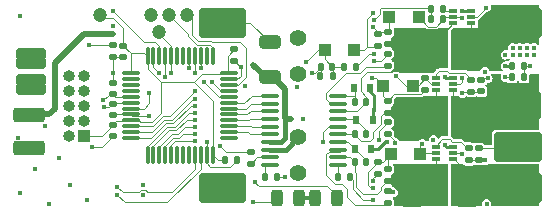
<source format=gbr>
%TF.GenerationSoftware,KiCad,Pcbnew,(6.0.5)*%
%TF.CreationDate,2022-09-11T00:02:45-04:00*%
%TF.ProjectId,GoldESC,476f6c64-4553-4432-9e6b-696361645f70,rev?*%
%TF.SameCoordinates,Original*%
%TF.FileFunction,Copper,L1,Top*%
%TF.FilePolarity,Positive*%
%FSLAX46Y46*%
G04 Gerber Fmt 4.6, Leading zero omitted, Abs format (unit mm)*
G04 Created by KiCad (PCBNEW (6.0.5)) date 2022-09-11 00:02:45*
%MOMM*%
%LPD*%
G01*
G04 APERTURE LIST*
G04 Aperture macros list*
%AMRoundRect*
0 Rectangle with rounded corners*
0 $1 Rounding radius*
0 $2 $3 $4 $5 $6 $7 $8 $9 X,Y pos of 4 corners*
0 Add a 4 corners polygon primitive as box body*
4,1,4,$2,$3,$4,$5,$6,$7,$8,$9,$2,$3,0*
0 Add four circle primitives for the rounded corners*
1,1,$1+$1,$2,$3*
1,1,$1+$1,$4,$5*
1,1,$1+$1,$6,$7*
1,1,$1+$1,$8,$9*
0 Add four rect primitives between the rounded corners*
20,1,$1+$1,$2,$3,$4,$5,0*
20,1,$1+$1,$4,$5,$6,$7,0*
20,1,$1+$1,$6,$7,$8,$9,0*
20,1,$1+$1,$8,$9,$2,$3,0*%
G04 Aperture macros list end*
%TA.AperFunction,SMDPad,CuDef*%
%ADD10RoundRect,0.135000X-0.135000X-0.185000X0.135000X-0.185000X0.135000X0.185000X-0.135000X0.185000X0*%
%TD*%
%TA.AperFunction,SMDPad,CuDef*%
%ADD11R,0.700000X0.340000*%
%TD*%
%TA.AperFunction,SMDPad,CuDef*%
%ADD12R,0.600000X0.700000*%
%TD*%
%TA.AperFunction,SMDPad,CuDef*%
%ADD13RoundRect,0.243750X0.243750X0.456250X-0.243750X0.456250X-0.243750X-0.456250X0.243750X-0.456250X0*%
%TD*%
%TA.AperFunction,SMDPad,CuDef*%
%ADD14RoundRect,0.135000X-0.185000X0.135000X-0.185000X-0.135000X0.185000X-0.135000X0.185000X0.135000X0*%
%TD*%
%TA.AperFunction,SMDPad,CuDef*%
%ADD15RoundRect,0.140000X-0.170000X0.140000X-0.170000X-0.140000X0.170000X-0.140000X0.170000X0.140000X0*%
%TD*%
%TA.AperFunction,SMDPad,CuDef*%
%ADD16RoundRect,0.140000X0.140000X0.170000X-0.140000X0.170000X-0.140000X-0.170000X0.140000X-0.170000X0*%
%TD*%
%TA.AperFunction,SMDPad,CuDef*%
%ADD17RoundRect,0.140000X-0.140000X-0.170000X0.140000X-0.170000X0.140000X0.170000X-0.140000X0.170000X0*%
%TD*%
%TA.AperFunction,SMDPad,CuDef*%
%ADD18R,1.000000X1.000000*%
%TD*%
%TA.AperFunction,SMDPad,CuDef*%
%ADD19RoundRect,0.075000X-0.662500X-0.075000X0.662500X-0.075000X0.662500X0.075000X-0.662500X0.075000X0*%
%TD*%
%TA.AperFunction,SMDPad,CuDef*%
%ADD20RoundRect,0.075000X-0.075000X-0.662500X0.075000X-0.662500X0.075000X0.662500X-0.075000X0.662500X0*%
%TD*%
%TA.AperFunction,SMDPad,CuDef*%
%ADD21RoundRect,0.243750X-0.243750X-0.456250X0.243750X-0.456250X0.243750X0.456250X-0.243750X0.456250X0*%
%TD*%
%TA.AperFunction,SMDPad,CuDef*%
%ADD22RoundRect,0.135000X0.185000X-0.135000X0.185000X0.135000X-0.185000X0.135000X-0.185000X-0.135000X0*%
%TD*%
%TA.AperFunction,SMDPad,CuDef*%
%ADD23RoundRect,0.250000X1.075000X-0.375000X1.075000X0.375000X-1.075000X0.375000X-1.075000X-0.375000X0*%
%TD*%
%TA.AperFunction,SMDPad,CuDef*%
%ADD24RoundRect,0.135000X0.135000X0.185000X-0.135000X0.185000X-0.135000X-0.185000X0.135000X-0.185000X0*%
%TD*%
%TA.AperFunction,ComponentPad*%
%ADD25C,1.200000*%
%TD*%
%TA.AperFunction,SMDPad,CuDef*%
%ADD26RoundRect,0.100000X-0.637500X-0.100000X0.637500X-0.100000X0.637500X0.100000X-0.637500X0.100000X0*%
%TD*%
%TA.AperFunction,ComponentPad*%
%ADD27R,1.000000X1.000000*%
%TD*%
%TA.AperFunction,ComponentPad*%
%ADD28RoundRect,0.250000X0.250000X-0.250000X0.250000X0.250000X-0.250000X0.250000X-0.250000X-0.250000X0*%
%TD*%
%TA.AperFunction,ComponentPad*%
%ADD29RoundRect,0.250000X-0.250000X0.250000X-0.250000X-0.250000X0.250000X-0.250000X0.250000X0.250000X0*%
%TD*%
%TA.AperFunction,SMDPad,CuDef*%
%ADD30RoundRect,0.508000X0.711200X1.168400X-0.711200X1.168400X-0.711200X-1.168400X0.711200X-1.168400X0*%
%TD*%
%TA.AperFunction,SMDPad,CuDef*%
%ADD31RoundRect,0.140000X0.170000X-0.140000X0.170000X0.140000X-0.170000X0.140000X-0.170000X-0.140000X0*%
%TD*%
%TA.AperFunction,ComponentPad*%
%ADD32RoundRect,0.250000X0.250000X0.250000X-0.250000X0.250000X-0.250000X-0.250000X0.250000X-0.250000X0*%
%TD*%
%TA.AperFunction,ComponentPad*%
%ADD33O,1.000000X1.000000*%
%TD*%
%TA.AperFunction,SMDPad,CuDef*%
%ADD34RoundRect,0.250000X0.650000X-0.325000X0.650000X0.325000X-0.650000X0.325000X-0.650000X-0.325000X0*%
%TD*%
%TA.AperFunction,ComponentPad*%
%ADD35C,1.400000*%
%TD*%
%TA.AperFunction,ViaPad*%
%ADD36C,0.400000*%
%TD*%
%TA.AperFunction,Conductor*%
%ADD37C,0.101600*%
%TD*%
%TA.AperFunction,Conductor*%
%ADD38C,0.400000*%
%TD*%
%TA.AperFunction,Conductor*%
%ADD39C,0.250000*%
%TD*%
%TA.AperFunction,Conductor*%
%ADD40C,0.500000*%
%TD*%
G04 APERTURE END LIST*
D10*
%TO.P,R43,1*%
%TO.N,sVLT_VDD*%
X8290000Y3300000D03*
%TO.P,R43,2*%
%TO.N,VDD*%
X9310000Y3300000D03*
%TD*%
D11*
%TO.P,U4,1,Out*%
%TO.N,Net-(R16-Pad2)*%
X17550000Y8000000D03*
%TO.P,U4,2,GND*%
%TO.N,GND*%
X17550000Y7500000D03*
%TO.P,U4,3,IN+*%
%TO.N,/GE-Fets-A/SHx*%
X17550000Y7000000D03*
%TO.P,U4,4,IN-*%
%TO.N,Net-(J1-Pad1)*%
X19050000Y7000000D03*
%TO.P,U4,5,REF*%
%TO.N,/GE-Fets-A/REF_1V65*%
X19050000Y7500000D03*
%TO.P,U4,6,VS*%
%TO.N,+5V*%
X19050000Y8000000D03*
%TD*%
D12*
%TO.P,D5,1,K*%
%TO.N,Net-(C5-Pad1)*%
X9300000Y-1200000D03*
%TO.P,D5,2,A*%
%TO.N,+5V*%
X10700000Y-1200000D03*
%TD*%
D13*
%TO.P,D83,1,K*%
%TO.N,GND*%
X4487500Y-7800000D03*
%TO.P,D83,2,A*%
%TO.N,Net-(D83-Pad2)*%
X2612500Y-7800000D03*
%TD*%
D14*
%TO.P,R21,1*%
%TO.N,Net-(Q3-Pad4)*%
X12000000Y-7190000D03*
%TO.P,R21,2*%
%TO.N,/GE-Fets-C/GHx*%
X12000000Y-8210000D03*
%TD*%
D15*
%TO.P,C82,1*%
%TO.N,+3V3*%
X-10400000Y5080000D03*
%TO.P,C82,2*%
%TO.N,GND*%
X-10400000Y4120000D03*
%TD*%
D16*
%TO.P,C42,1*%
%TO.N,sVLT_VDD*%
X7280000Y3300000D03*
%TO.P,C42,2*%
%TO.N,GND*%
X6320000Y3300000D03*
%TD*%
%TO.P,C7,1*%
%TO.N,GND*%
X16630000Y7300000D03*
%TO.P,C7,2*%
%TO.N,sCUR_A*%
X15670000Y7300000D03*
%TD*%
D14*
%TO.P,R10,1*%
%TO.N,sVLT_A*%
X12000000Y6210000D03*
%TO.P,R10,2*%
%TO.N,/GE-Fets-A/SHx*%
X12000000Y5190000D03*
%TD*%
D15*
%TO.P,C8,1*%
%TO.N,GND*%
X19900000Y2180000D03*
%TO.P,C8,2*%
%TO.N,sCUR_B*%
X19900000Y1220000D03*
%TD*%
D17*
%TO.P,C81,1*%
%TO.N,+3V3*%
X-1780000Y-4600000D03*
%TO.P,C81,2*%
%TO.N,GND*%
X-820000Y-4600000D03*
%TD*%
D14*
%TO.P,R12,1*%
%TO.N,sVLT_C*%
X12000000Y-5390000D03*
%TO.P,R12,2*%
%TO.N,/GE-Fets-C/SHx*%
X12000000Y-6410000D03*
%TD*%
%TO.P,R24,1*%
%TO.N,Net-(Q6-Pad4)*%
X400000Y-3890000D03*
%TO.P,R24,2*%
%TO.N,/GE-Fets-C/GLx*%
X400000Y-4910000D03*
%TD*%
D18*
%TO.P,D1,1,K*%
%TO.N,sVLT_A*%
X12100000Y7500000D03*
%TO.P,D1,2,A*%
%TO.N,GND*%
X14600000Y7500000D03*
%TD*%
D19*
%TO.P,U80,1,VBAT*%
%TO.N,+3V3*%
X-9762500Y2750000D03*
%TO.P,U80,2,PC13*%
%TO.N,unconnected-(U80-Pad2)*%
X-9762500Y2250000D03*
%TO.P,U80,3,PC14*%
%TO.N,unconnected-(U80-Pad3)*%
X-9762500Y1750000D03*
%TO.P,U80,4,PC15*%
%TO.N,unconnected-(U80-Pad4)*%
X-9762500Y1250000D03*
%TO.P,U80,5,PD0*%
%TO.N,Net-(C88-Pad2)*%
X-9762500Y750000D03*
%TO.P,U80,6,PD1*%
%TO.N,Net-(C89-Pad2)*%
X-9762500Y250000D03*
%TO.P,U80,7,NRST*%
%TO.N,Net-(C80-Pad1)*%
X-9762500Y-250000D03*
%TO.P,U80,8,VSSA*%
%TO.N,GND*%
X-9762500Y-750000D03*
%TO.P,U80,9,VDDA*%
%TO.N,+3V3*%
X-9762500Y-1250000D03*
%TO.P,U80,10,PA0*%
%TO.N,sCUR_A*%
X-9762500Y-1750000D03*
%TO.P,U80,11,PA1*%
%TO.N,sVLT_A*%
X-9762500Y-2250000D03*
%TO.P,U80,12,PA2*%
%TO.N,sVLT_VDD*%
X-9762500Y-2750000D03*
D20*
%TO.P,U80,13,PA3*%
%TO.N,TEMP_FETS*%
X-8350000Y-4162500D03*
%TO.P,U80,14,PA4*%
%TO.N,sVLT_B*%
X-7850000Y-4162500D03*
%TO.P,U80,15,PA5*%
%TO.N,sCUR_B*%
X-7350000Y-4162500D03*
%TO.P,U80,16,PA6*%
%TO.N,sCUR_C*%
X-6850000Y-4162500D03*
%TO.P,U80,17,PA7*%
%TO.N,sVLT_C*%
X-6350000Y-4162500D03*
%TO.P,U80,18,PB0*%
%TO.N,unconnected-(U80-Pad18)*%
X-5850000Y-4162500D03*
%TO.P,U80,19,PB1*%
%TO.N,unconnected-(U80-Pad19)*%
X-5350000Y-4162500D03*
%TO.P,U80,20,PB2*%
%TO.N,unconnected-(U80-Pad20)*%
X-4850000Y-4162500D03*
%TO.P,U80,21,PB10*%
%TO.N,Net-(R84-Pad2)*%
X-4350000Y-4162500D03*
%TO.P,U80,22,PB11*%
%TO.N,Net-(R85-Pad2)*%
X-3850000Y-4162500D03*
%TO.P,U80,23,VSS*%
%TO.N,GND*%
X-3350000Y-4162500D03*
%TO.P,U80,24,VDD*%
%TO.N,+3V3*%
X-2850000Y-4162500D03*
D19*
%TO.P,U80,25,PB12*%
%TO.N,unconnected-(U80-Pad25)*%
X-1437500Y-2750000D03*
%TO.P,U80,26,PB13*%
%TO.N,INLC*%
X-1437500Y-2250000D03*
%TO.P,U80,27,PB14*%
%TO.N,INLB*%
X-1437500Y-1750000D03*
%TO.P,U80,28,PB15*%
%TO.N,INLA*%
X-1437500Y-1250000D03*
%TO.P,U80,29,PA8*%
%TO.N,INHC*%
X-1437500Y-750000D03*
%TO.P,U80,30,PA9*%
%TO.N,INHB*%
X-1437500Y-250000D03*
%TO.P,U80,31,PA10*%
%TO.N,INHA*%
X-1437500Y250000D03*
%TO.P,U80,32,PA11*%
%TO.N,QuadB_USBDM*%
X-1437500Y750000D03*
%TO.P,U80,33,PA12*%
%TO.N,QuadA_USBDP*%
X-1437500Y1250000D03*
%TO.P,U80,34,PA13*%
%TO.N,SWDIO*%
X-1437500Y1750000D03*
%TO.P,U80,35,VSS*%
%TO.N,GND*%
X-1437500Y2250000D03*
%TO.P,U80,36,VDD*%
%TO.N,+3V3*%
X-1437500Y2750000D03*
D20*
%TO.P,U80,37,PA14*%
%TO.N,SWCLK*%
X-2850000Y4162500D03*
%TO.P,U80,38,PA15*%
%TO.N,unconnected-(U80-Pad38)*%
X-3350000Y4162500D03*
%TO.P,U80,39,PB3*%
%TO.N,LimitA*%
X-3850000Y4162500D03*
%TO.P,U80,40,PB4*%
%TO.N,LimitB*%
X-4350000Y4162500D03*
%TO.P,U80,41,PB5*%
%TO.N,LimitC*%
X-4850000Y4162500D03*
%TO.P,U80,42,PB6*%
%TO.N,LimitD*%
X-5350000Y4162500D03*
%TO.P,U80,43,PB7*%
%TO.N,LimitE*%
X-5850000Y4162500D03*
%TO.P,U80,44,BOOT0*%
%TO.N,Net-(R80-Pad1)*%
X-6350000Y4162500D03*
%TO.P,U80,45,PB8*%
%TO.N,CAN_RX*%
X-6850000Y4162500D03*
%TO.P,U80,46,PB9*%
%TO.N,CAN_TX*%
X-7350000Y4162500D03*
%TO.P,U80,47,VSS*%
%TO.N,GND*%
X-7850000Y4162500D03*
%TO.P,U80,48,VDD*%
%TO.N,+3V3*%
X-8350000Y4162500D03*
%TD*%
D14*
%TO.P,R32,1*%
%TO.N,Net-(R32-Pad1)*%
X-11300000Y5110000D03*
%TO.P,R32,2*%
%TO.N,GND*%
X-11300000Y4090000D03*
%TD*%
D21*
%TO.P,D84,1,K*%
%TO.N,GND*%
X5812500Y-7800000D03*
%TO.P,D84,2,A*%
%TO.N,Net-(D84-Pad2)*%
X7687500Y-7800000D03*
%TD*%
D22*
%TO.P,R18,1*%
%TO.N,sCUR_C*%
X18850000Y-4610000D03*
%TO.P,R18,2*%
%TO.N,Net-(R18-Pad2)*%
X18850000Y-3590000D03*
%TD*%
D14*
%TO.P,R14,1*%
%TO.N,GND*%
X15150000Y2310000D03*
%TO.P,R14,2*%
%TO.N,sVLT_B*%
X15150000Y1290000D03*
%TD*%
D23*
%TO.P,L60,1,1*%
%TO.N,Net-(C61-Pad1)*%
X-18400000Y-3559000D03*
%TO.P,L60,2,2*%
%TO.N,+5V*%
X-18400000Y-759000D03*
%TD*%
D22*
%TO.P,R15,1*%
%TO.N,GND*%
X11150000Y-5760000D03*
%TO.P,R15,2*%
%TO.N,sVLT_C*%
X11150000Y-4740000D03*
%TD*%
D24*
%TO.P,R7,1*%
%TO.N,/GE-Fets-A/REF_1V65*%
X23510000Y2400000D03*
%TO.P,R7,2*%
%TO.N,GND*%
X22490000Y2400000D03*
%TD*%
D25*
%TO.P,TP80,1,1*%
%TO.N,Net-(R80-Pad1)*%
X-7350000Y6250000D03*
%TD*%
%TO.P,TP83,1,1*%
%TO.N,+3V3*%
X-12350000Y7700000D03*
%TD*%
D18*
%TO.P,D42,1,K*%
%TO.N,sVLT_VDD*%
X6650000Y4700000D03*
%TO.P,D42,2,A*%
%TO.N,GND*%
X9150000Y4700000D03*
%TD*%
D12*
%TO.P,D6,1,K*%
%TO.N,Net-(C6-Pad1)*%
X9200000Y-3650000D03*
%TO.P,D6,2,A*%
%TO.N,+5V*%
X10600000Y-3650000D03*
%TD*%
D26*
%TO.P,U2,1,INHA*%
%TO.N,INHA*%
X2037500Y825000D03*
%TO.P,U2,2,INHB*%
%TO.N,INHB*%
X2037500Y175000D03*
%TO.P,U2,3,INHC*%
%TO.N,INHC*%
X2037500Y-475000D03*
%TO.P,U2,4,INLA*%
%TO.N,INLA*%
X2037500Y-1125000D03*
%TO.P,U2,5,INLB*%
%TO.N,INLB*%
X2037500Y-1775000D03*
%TO.P,U2,6,INLC*%
%TO.N,INLC*%
X2037500Y-2425000D03*
%TO.P,U2,7,GVDD*%
%TO.N,+5V*%
X2037500Y-3075000D03*
%TO.P,U2,8,GND*%
%TO.N,GND*%
X2037500Y-3725000D03*
%TO.P,U2,9,GLC*%
%TO.N,/GE-Fets-C/GLx*%
X2037500Y-4375000D03*
%TO.P,U2,10,GLB*%
%TO.N,/GE-Fets-B/GLx*%
X2037500Y-5025000D03*
%TO.P,U2,11,GLA*%
%TO.N,/GE-Fets-A/GLx*%
X7762500Y-5025000D03*
%TO.P,U2,12,SHC*%
%TO.N,/GE-Fets-C/SHx*%
X7762500Y-4375000D03*
%TO.P,U2,13,GHC*%
%TO.N,/GE-Fets-C/GHx*%
X7762500Y-3725000D03*
%TO.P,U2,14,BSTC*%
%TO.N,Net-(C6-Pad1)*%
X7762500Y-3075000D03*
%TO.P,U2,15,SHB*%
%TO.N,/GE-Fets-B/SHx*%
X7762500Y-2425000D03*
%TO.P,U2,16,GHB*%
%TO.N,/GE-Fets-B/GHx*%
X7762500Y-1775000D03*
%TO.P,U2,17,BSTB*%
%TO.N,Net-(C5-Pad1)*%
X7762500Y-1125000D03*
%TO.P,U2,18,SHA*%
%TO.N,/GE-Fets-A/SHx*%
X7762500Y-475000D03*
%TO.P,U2,19,GHA*%
%TO.N,/GE-Fets-A/GHx*%
X7762500Y175000D03*
%TO.P,U2,20,BSTA*%
%TO.N,Net-(C4-Pad1)*%
X7762500Y825000D03*
%TD*%
D25*
%TO.P,TP81,1,1*%
%TO.N,SWCLK*%
X-6550000Y7700000D03*
%TD*%
D14*
%TO.P,R11,1*%
%TO.N,sVLT_B*%
X12000000Y410000D03*
%TO.P,R11,2*%
%TO.N,/GE-Fets-B/SHx*%
X12000000Y-610000D03*
%TD*%
D27*
%TO.P,J1,1,Pin_1*%
%TO.N,Net-(J1-Pad1)*%
X23750000Y7000000D03*
D28*
X21500000Y6250000D03*
D27*
X22250000Y7750000D03*
X22250000Y7000000D03*
X23000000Y7750000D03*
X22250000Y6250000D03*
X24500000Y7000000D03*
X23750000Y6250000D03*
D28*
X24500000Y6250000D03*
D27*
X23750000Y7750000D03*
X23000000Y7000000D03*
X23000000Y6250000D03*
D28*
X21500000Y7750000D03*
D27*
X21500000Y7000000D03*
D28*
X24500000Y7750000D03*
%TD*%
D27*
%TO.P,J40,1,Pin_1*%
%TO.N,VDD*%
X-1250000Y-7000000D03*
X-500000Y-7000000D03*
X-1250000Y-6250000D03*
X-2000000Y-6250000D03*
X-2750000Y-7750000D03*
X-2000000Y-7000000D03*
X-2000000Y-7750000D03*
X-1250000Y-7750000D03*
X-2750000Y-6250000D03*
D29*
X-500000Y-6250000D03*
X-500000Y-7750000D03*
X-3500000Y-7750000D03*
X-3500000Y-6250000D03*
D27*
X-2750000Y-7000000D03*
X-3500000Y-7000000D03*
%TD*%
D15*
%TO.P,C88,1*%
%TO.N,GND*%
X-11300000Y1930000D03*
%TO.P,C88,2*%
%TO.N,Net-(C88-Pad2)*%
X-11300000Y970000D03*
%TD*%
D30*
%TO.P,R1,1*%
%TO.N,Net-(J1-Pad1)*%
X18736800Y4700000D03*
%TO.P,R1,2*%
%TO.N,/GE-Fets-A/SHx*%
X14063200Y4700000D03*
%TD*%
D15*
%TO.P,C9,1*%
%TO.N,GND*%
X19700000Y-3620000D03*
%TO.P,C9,2*%
%TO.N,sCUR_C*%
X19700000Y-4580000D03*
%TD*%
D12*
%TO.P,D4,1,K*%
%TO.N,Net-(C4-Pad1)*%
X9100000Y1500000D03*
%TO.P,D4,2,A*%
%TO.N,+5V*%
X10500000Y1500000D03*
%TD*%
D10*
%TO.P,R4,1*%
%TO.N,+5V*%
X22490000Y3350000D03*
%TO.P,R4,2*%
%TO.N,/GE-Fets-A/REF_1V65*%
X23510000Y3350000D03*
%TD*%
D25*
%TO.P,TP84,1,1*%
%TO.N,GND*%
X-8100000Y7700000D03*
%TD*%
D30*
%TO.P,R3,1*%
%TO.N,Net-(J3-Pad1)*%
X18736800Y-6900000D03*
%TO.P,R3,2*%
%TO.N,/GE-Fets-C/SHx*%
X14063200Y-6900000D03*
%TD*%
D31*
%TO.P,C89,1*%
%TO.N,GND*%
X-11300000Y-780000D03*
%TO.P,C89,2*%
%TO.N,Net-(C89-Pad2)*%
X-11300000Y180000D03*
%TD*%
D22*
%TO.P,R20,1*%
%TO.N,Net-(Q2-Pad4)*%
X12000000Y-2410000D03*
%TO.P,R20,2*%
%TO.N,/GE-Fets-B/GHx*%
X12000000Y-1390000D03*
%TD*%
D14*
%TO.P,R19,1*%
%TO.N,Net-(Q1-Pad4)*%
X12000000Y4410000D03*
%TO.P,R19,2*%
%TO.N,/GE-Fets-A/GHx*%
X12000000Y3390000D03*
%TD*%
D27*
%TO.P,J2,1,Pin_1*%
%TO.N,Net-(J2-Pad1)*%
X22950000Y750000D03*
X22200000Y750000D03*
X23700000Y0D03*
X23700000Y-750000D03*
D28*
X21450000Y750000D03*
D27*
X24450000Y0D03*
D28*
X21450000Y-750000D03*
D27*
X22950000Y-750000D03*
X22200000Y-750000D03*
X22200000Y0D03*
X22950000Y0D03*
D28*
X24450000Y-750000D03*
X24450000Y750000D03*
D27*
X21450000Y0D03*
X23700000Y750000D03*
%TD*%
D25*
%TO.P,TP82,1,1*%
%TO.N,SWDIO*%
X-5000000Y7700000D03*
%TD*%
D16*
%TO.P,C5,1*%
%TO.N,Net-(C5-Pad1)*%
X10180000Y-2400000D03*
%TO.P,C5,2*%
%TO.N,/GE-Fets-B/SHx*%
X9220000Y-2400000D03*
%TD*%
D18*
%TO.P,D3,1,K*%
%TO.N,sVLT_C*%
X12250000Y-4100000D03*
%TO.P,D3,2,A*%
%TO.N,GND*%
X14750000Y-4100000D03*
%TD*%
D32*
%TO.P,J30,1,Pin_1*%
%TO.N,CAN_L*%
X-17450000Y4400000D03*
X-18950000Y3650000D03*
D27*
X-18200000Y3650000D03*
D32*
X-18950000Y4400000D03*
X-17450000Y3650000D03*
D27*
X-18200000Y4400000D03*
D32*
%TO.P,J30,2,Pin_2*%
%TO.N,CAN_H*%
X-17450000Y2150000D03*
D27*
X-18200000Y1400000D03*
D32*
X-18950000Y2150000D03*
D27*
X-18200000Y2150000D03*
D32*
X-18950000Y1400000D03*
X-17450000Y1400000D03*
%TD*%
D15*
%TO.P,C84,1*%
%TO.N,+3V3*%
X-11300000Y-1620000D03*
%TO.P,C84,2*%
%TO.N,GND*%
X-11300000Y-2580000D03*
%TD*%
D10*
%TO.P,R42,1*%
%TO.N,GND*%
X6290000Y2500000D03*
%TO.P,R42,2*%
%TO.N,sVLT_VDD*%
X7310000Y2500000D03*
%TD*%
D27*
%TO.P,J81,1,Pin_1*%
%TO.N,+3V3*%
X-13765000Y-2540000D03*
D33*
%TO.P,J81,2,Pin_2*%
%TO.N,+5V*%
X-15035000Y-2540000D03*
%TO.P,J81,3,Pin_3*%
%TO.N,GND*%
X-13765000Y-1270000D03*
%TO.P,J81,4,Pin_4*%
%TO.N,LimitA*%
X-15035000Y-1270000D03*
%TO.P,J81,5,Pin_5*%
%TO.N,QuadB_USBDM*%
X-13765000Y0D03*
%TO.P,J81,6,Pin_6*%
%TO.N,LimitB*%
X-15035000Y0D03*
%TO.P,J81,7,Pin_7*%
%TO.N,QuadA_USBDP*%
X-13765000Y1270000D03*
%TO.P,J81,8,Pin_8*%
%TO.N,LimitC*%
X-15035000Y1270000D03*
%TO.P,J81,9,Pin_9*%
%TO.N,SWDIO*%
X-13765000Y2540000D03*
%TO.P,J81,10,Pin_10*%
%TO.N,SWCLK*%
X-15035000Y2540000D03*
%TD*%
D22*
%TO.P,R17,1*%
%TO.N,sCUR_B*%
X19050000Y1190000D03*
%TO.P,R17,2*%
%TO.N,Net-(R17-Pad2)*%
X19050000Y2210000D03*
%TD*%
D11*
%TO.P,U5,1,Out*%
%TO.N,Net-(R17-Pad2)*%
X16050000Y2300000D03*
%TO.P,U5,2,GND*%
%TO.N,GND*%
X16050000Y1800000D03*
%TO.P,U5,3,IN+*%
%TO.N,/GE-Fets-B/SHx*%
X16050000Y1300000D03*
%TO.P,U5,4,IN-*%
%TO.N,Net-(J2-Pad1)*%
X17550000Y1300000D03*
%TO.P,U5,5,REF*%
%TO.N,/GE-Fets-A/REF_1V65*%
X17550000Y1800000D03*
%TO.P,U5,6,VS*%
%TO.N,+5V*%
X17550000Y2300000D03*
%TD*%
D29*
%TO.P,J41,1,Pin_1*%
%TO.N,GND*%
X-500000Y6250000D03*
D27*
X-3500000Y7000000D03*
X-2750000Y6250000D03*
X-1250000Y7000000D03*
D29*
X-500000Y7750000D03*
D27*
X-2750000Y7750000D03*
X-2000000Y7750000D03*
D29*
X-3500000Y7750000D03*
D27*
X-2000000Y6250000D03*
X-2000000Y7000000D03*
X-2750000Y7000000D03*
X-1250000Y7750000D03*
X-1250000Y6250000D03*
X-500000Y7000000D03*
D29*
X-3500000Y6250000D03*
%TD*%
D18*
%TO.P,D2,1,K*%
%TO.N,sVLT_B*%
X11600000Y1700000D03*
%TO.P,D2,2,A*%
%TO.N,GND*%
X14100000Y1700000D03*
%TD*%
D16*
%TO.P,C6,1*%
%TO.N,Net-(C6-Pad1)*%
X10180000Y-4800000D03*
%TO.P,C6,2*%
%TO.N,/GE-Fets-C/SHx*%
X9220000Y-4800000D03*
%TD*%
D10*
%TO.P,R16,1*%
%TO.N,sCUR_A*%
X15640000Y8150000D03*
%TO.P,R16,2*%
%TO.N,Net-(R16-Pad2)*%
X16660000Y8150000D03*
%TD*%
D15*
%TO.P,C83,1*%
%TO.N,+3V3*%
X-1000000Y4780000D03*
%TO.P,C83,2*%
%TO.N,GND*%
X-1000000Y3820000D03*
%TD*%
D27*
%TO.P,J4,1,Pin_1*%
%TO.N,GND*%
X22250000Y-4250000D03*
D29*
X24500000Y-2750000D03*
D27*
X23750000Y-2750000D03*
D29*
X21500000Y-4250000D03*
D27*
X21500000Y-3500000D03*
X23000000Y-4250000D03*
X23750000Y-3500000D03*
X22250000Y-3500000D03*
X23000000Y-2750000D03*
X24500000Y-3500000D03*
X23750000Y-4250000D03*
X22250000Y-2750000D03*
D29*
X24500000Y-4250000D03*
X21500000Y-2750000D03*
D27*
X23000000Y-3500000D03*
%TD*%
D17*
%TO.P,C4,1*%
%TO.N,Net-(C4-Pad1)*%
X9220000Y300000D03*
%TO.P,C4,2*%
%TO.N,/GE-Fets-A/SHx*%
X10180000Y300000D03*
%TD*%
D34*
%TO.P,C10,1*%
%TO.N,+5V*%
X2000000Y2400000D03*
%TO.P,C10,2*%
%TO.N,GND*%
X2000000Y5350000D03*
%TD*%
D22*
%TO.P,R13,1*%
%TO.N,GND*%
X11150000Y5040000D03*
%TO.P,R13,2*%
%TO.N,sVLT_A*%
X11150000Y6060000D03*
%TD*%
D30*
%TO.P,R2,1*%
%TO.N,Net-(J2-Pad1)*%
X18736800Y-1100000D03*
%TO.P,R2,2*%
%TO.N,/GE-Fets-B/SHx*%
X14063200Y-1100000D03*
%TD*%
D24*
%TO.P,R22,1*%
%TO.N,Net-(Q4-Pad4)*%
X8810000Y-6050000D03*
%TO.P,R22,2*%
%TO.N,/GE-Fets-A/GLx*%
X7790000Y-6050000D03*
%TD*%
%TO.P,R23,1*%
%TO.N,Net-(Q5-Pad4)*%
X2610000Y-6050000D03*
%TO.P,R23,2*%
%TO.N,/GE-Fets-B/GLx*%
X1590000Y-6050000D03*
%TD*%
D28*
%TO.P,J3,1,Pin_1*%
%TO.N,Net-(J3-Pad1)*%
X21500000Y-6250000D03*
X21500000Y-7750000D03*
D27*
X23750000Y-6250000D03*
D28*
X24500000Y-6250000D03*
X24500000Y-7750000D03*
D27*
X23000000Y-7000000D03*
X24500000Y-7000000D03*
X22250000Y-6250000D03*
X21500000Y-7000000D03*
X23000000Y-7750000D03*
X22250000Y-7000000D03*
X22250000Y-7750000D03*
X23750000Y-7750000D03*
X23000000Y-6250000D03*
X23750000Y-7000000D03*
%TD*%
D11*
%TO.P,U6,1,Out*%
%TO.N,Net-(R18-Pad2)*%
X16050000Y-3500000D03*
%TO.P,U6,2,GND*%
%TO.N,GND*%
X16050000Y-4000000D03*
%TO.P,U6,3,IN+*%
%TO.N,/GE-Fets-C/SHx*%
X16050000Y-4500000D03*
%TO.P,U6,4,IN-*%
%TO.N,Net-(J3-Pad1)*%
X17550000Y-4500000D03*
%TO.P,U6,5,REF*%
%TO.N,/GE-Fets-A/REF_1V65*%
X17550000Y-4000000D03*
%TO.P,U6,6,VS*%
%TO.N,+5V*%
X17550000Y-3500000D03*
%TD*%
D35*
%TO.P,C40,1*%
%TO.N,VDD*%
X4400000Y-5691000D03*
%TO.P,C40,2*%
%TO.N,GND*%
X4400000Y-2691000D03*
%TD*%
%TO.P,C41,1*%
%TO.N,VDD*%
X4400000Y2700000D03*
%TO.P,C41,2*%
%TO.N,GND*%
X4400000Y5700000D03*
%TD*%
D36*
%TO.N,sCUR_A*%
X-4300000Y1200000D03*
X10783659Y7222338D03*
%TO.N,sCUR_B*%
X18300000Y1049700D03*
X-4300000Y-1800000D03*
%TO.N,sCUR_C*%
X20249380Y-4600000D03*
X-4300000Y-2400000D03*
%TO.N,sVLT_VDD*%
X-4300000Y0D03*
X5050000Y3699700D03*
%TO.N,Net-(C80-Pad1)*%
X-8200000Y1050000D03*
%TO.N,Net-(C88-Pad2)*%
X-12100000Y450000D03*
%TO.N,Net-(C89-Pad2)*%
X-12000000Y-150000D03*
%TO.N,sVLT_A*%
X10767165Y6623063D03*
X-4300000Y600000D03*
%TO.N,sVLT_B*%
X-4300000Y-1200000D03*
X10650000Y2350000D03*
%TO.N,sVLT_C*%
X-4300000Y-3000000D03*
X10750000Y-6950000D03*
%TO.N,QuadB_USBDM*%
X-3550000Y1999700D03*
%TO.N,QuadA_USBDP*%
X-2931439Y2018561D03*
%TO.N,Net-(Q1-Pad4)*%
X10850000Y3750000D03*
%TO.N,Net-(Q2-Pad4)*%
X12595878Y-3145878D03*
%TO.N,Net-(Q3-Pad4)*%
X12450000Y-7350000D03*
%TO.N,CAN_RX*%
X-6850000Y2450000D03*
%TO.N,Net-(R32-Pad1)*%
X-13350000Y5100000D03*
%TO.N,TEMP_FETS*%
X4300000Y1600300D03*
X-4300000Y-600000D03*
%TO.N,Net-(R80-Pad1)*%
X-6350000Y2800000D03*
%TO.N,Net-(R85-Pad2)*%
X-10900000Y-7600500D03*
%TO.N,CAN_TX*%
X-11250000Y8000000D03*
%TO.N,VDD*%
X10850000Y4350000D03*
X-17900000Y-5350000D03*
%TO.N,GND*%
X22550000Y4900000D03*
X24350000Y4900000D03*
X-99500Y1650300D03*
X-13450000Y-8000000D03*
X-11300000Y2800000D03*
X-15850000Y-4400000D03*
X-8200000Y-849700D03*
X23750000Y4900000D03*
X-7350000Y2800000D03*
X-11300000Y6750000D03*
X10750300Y-6350000D03*
X-16700000Y-8299500D03*
X5150000Y-7800000D03*
X20450000Y2300000D03*
X21950000Y2400000D03*
X14913025Y-3219754D03*
X21950000Y4300000D03*
X24350000Y4300000D03*
X23750000Y4300000D03*
X12700000Y2500000D03*
X23150000Y4300000D03*
X-17000000Y-1700000D03*
X-13050000Y-3500000D03*
X5600000Y2800000D03*
X18300000Y7400000D03*
X-449680Y3250320D03*
X10750000Y7825500D03*
X-19150000Y-7400000D03*
X22550000Y4300000D03*
X23150000Y4900000D03*
X4800000Y-1100000D03*
X-3350000Y-3100000D03*
X-19150000Y7600000D03*
%TO.N,+3V3*%
X-14950000Y-6750000D03*
%TO.N,Net-(C61-Pad1)*%
X-19350000Y-2750000D03*
%TO.N,+5V*%
X3800000Y-1100000D03*
X16800000Y-3350000D03*
X-16700000Y-750000D03*
X21950000Y3350000D03*
X10800000Y-350000D03*
X11900000Y-3100000D03*
X-11300000Y6100000D03*
X18300000Y8000000D03*
X16800000Y2400000D03*
X550000Y3450000D03*
%TO.N,/GE-Fets-A/SHx*%
X16200000Y5050000D03*
X16800000Y3850000D03*
X16200000Y6250000D03*
X16200000Y3850000D03*
X15600000Y5050000D03*
X15600000Y3850000D03*
X16800000Y6250000D03*
X16800000Y5050000D03*
X15600000Y6250000D03*
%TO.N,/GE-Fets-B/SHx*%
X15603887Y-1725500D03*
X15600000Y-700000D03*
X16200000Y-700000D03*
X16800000Y500000D03*
X15600000Y500000D03*
X16200000Y500000D03*
X16800000Y-1750000D03*
X16800000Y-700000D03*
X16200000Y-1750000D03*
%TO.N,/GE-Fets-B/GHx*%
X6500000Y-3050000D03*
X11203289Y-2904955D03*
%TO.N,/GE-Fets-C/SHx*%
X15600000Y-6400000D03*
X16200000Y-5200000D03*
X16800000Y-5200000D03*
X16200000Y-7600000D03*
X16800000Y-7600000D03*
X16200000Y-6400000D03*
X15600000Y-7600000D03*
X15600000Y-5200000D03*
X16800000Y-6400000D03*
%TO.N,Net-(Q4-Pad4)*%
X20200000Y2850000D03*
X10750000Y-7950300D03*
%TO.N,Net-(Q5-Pad4)*%
X3300000Y-6050000D03*
X15850000Y-2900000D03*
%TO.N,Net-(Q6-Pad4)*%
X20350000Y-8300000D03*
X-2250000Y-3400000D03*
%TO.N,LimitC*%
X-4850000Y3150000D03*
%TO.N,/GE-Fets-A/REF_1V65*%
X20300000Y8300000D03*
X24050000Y3350000D03*
X18250000Y-4100000D03*
X18300000Y2298780D03*
%TO.N,LimitB*%
X-4350000Y2800000D03*
%TO.N,LimitA*%
X-3850000Y3150000D03*
%TO.N,Net-(D83-Pad2)*%
X550000Y-8200000D03*
X-8703704Y-6699899D03*
%TO.N,Net-(D84-Pad2)*%
X750000Y-6450000D03*
X-8700000Y-7600500D03*
%TO.N,Net-(R84-Pad2)*%
X-10900000Y-6850000D03*
%TD*%
D37*
%TO.N,Net-(C4-Pad1)*%
X9220000Y1380000D02*
X9100000Y1500000D01*
X9220000Y830000D02*
X9220000Y1380000D01*
X7762500Y825000D02*
X7767500Y830000D01*
X9220000Y300000D02*
X9220000Y830000D01*
X7767500Y830000D02*
X9220000Y830000D01*
%TO.N,Net-(C5-Pad1)*%
X7762500Y-1125000D02*
X9225000Y-1125000D01*
X9300000Y-1200000D02*
X10180000Y-2080000D01*
X10180000Y-2080000D02*
X10180000Y-2400000D01*
X9225000Y-1125000D02*
X9300000Y-1200000D01*
%TO.N,Net-(C6-Pad1)*%
X10180000Y-4800000D02*
X10180000Y-4630000D01*
X8625000Y-3075000D02*
X9200000Y-3650000D01*
X7762500Y-3075000D02*
X8625000Y-3075000D01*
X10180000Y-4630000D02*
X9200000Y-3650000D01*
%TO.N,sCUR_A*%
X-7074164Y-900000D02*
X-6436837Y-900000D01*
X11399378Y8300000D02*
X11300000Y8200622D01*
X-4336837Y1200000D02*
X-4300000Y1200000D01*
X15670000Y8120000D02*
X15640000Y8150000D01*
X-7924164Y-1750000D02*
X-7074164Y-900000D01*
X-6436837Y-900000D02*
X-4336837Y1200000D01*
X15640000Y8150000D02*
X15490000Y8300000D01*
X15490000Y8300000D02*
X11399378Y8300000D01*
X15670000Y7300000D02*
X15670000Y8120000D01*
X11300000Y8200622D02*
X11300000Y7738679D01*
X11300000Y7738679D02*
X10783659Y7222338D01*
X-9762500Y-1750000D02*
X-7924164Y-1750000D01*
%TO.N,sCUR_B*%
X-5207653Y-1800000D02*
X-4300000Y-1800000D01*
X19850000Y1220000D02*
X19820000Y1190000D01*
X-7350000Y-3464929D02*
X-6290626Y-2405555D01*
X19820000Y1190000D02*
X18440300Y1190000D01*
X-7350000Y-4162500D02*
X-7350000Y-3464929D01*
X-6290626Y-2405555D02*
X-5813208Y-2405555D01*
X18440300Y1190000D02*
X18300000Y1049700D01*
X-5813208Y-2405555D02*
X-5207653Y-1800000D01*
%TO.N,sCUR_C*%
X19600000Y-4580000D02*
X19570000Y-4610000D01*
X19570000Y-4610000D02*
X18700000Y-4610000D01*
X-6156666Y-2706666D02*
X-5688482Y-2706664D01*
X-5381818Y-2400000D02*
X-4300000Y-2400000D01*
X-6850000Y-4162500D02*
X-6850000Y-3400000D01*
X19600000Y-4580000D02*
X20174000Y-4580000D01*
X-6850000Y-3400000D02*
X-6156666Y-2706666D01*
X20174000Y-4580000D02*
X20193000Y-4599000D01*
X-5688482Y-2706664D02*
X-5381818Y-2400000D01*
%TO.N,sVLT_VDD*%
X-4685163Y0D02*
X-4300000Y0D01*
X6050300Y4700000D02*
X5050000Y3699700D01*
X-8072493Y-2750000D02*
X-6824715Y-1502222D01*
X-9762500Y-2750000D02*
X-8072493Y-2750000D01*
X-6187387Y-1502222D02*
X-4685163Y0D01*
X7280000Y3300000D02*
X8290000Y3300000D01*
X7280000Y3300000D02*
X6650000Y3930000D01*
X7310000Y3270000D02*
X7280000Y3300000D01*
X6650000Y4700000D02*
X6050300Y4700000D01*
X6650000Y3930000D02*
X6650000Y4700000D01*
X-6824715Y-1502222D02*
X-6187387Y-1502222D01*
X7310000Y2500000D02*
X7310000Y3270000D01*
%TO.N,Net-(C80-Pad1)*%
X-9762500Y-250000D02*
X-8650000Y-250000D01*
X-8650000Y-250000D02*
X-8200000Y200000D01*
X-8200000Y200000D02*
X-8200000Y1050000D01*
%TO.N,Net-(C88-Pad2)*%
X-11630000Y920000D02*
X-12100000Y450000D01*
X-9762500Y750000D02*
X-10750000Y750000D01*
X-10750000Y750000D02*
X-11130000Y750000D01*
X-11130000Y750000D02*
X-11300000Y920000D01*
X-11300000Y920000D02*
X-11630000Y920000D01*
%TO.N,Net-(C89-Pad2)*%
X-9762500Y250000D02*
X-11230000Y250000D01*
X-11630000Y-150000D02*
X-12100000Y-150000D01*
X-11230000Y250000D02*
X-11300000Y180000D01*
X-11300000Y180000D02*
X-11630000Y-150000D01*
%TO.N,sVLT_A*%
X12000000Y6210000D02*
X11350000Y6210000D01*
X-4511001Y600000D02*
X-4300000Y600000D01*
X-6949440Y-1201111D02*
X-6312112Y-1201111D01*
X12100000Y6310000D02*
X12000000Y6210000D01*
X11150000Y6240228D02*
X10767165Y6623063D01*
X-9762500Y-2250000D02*
X-7998329Y-2250000D01*
X11350000Y6210000D02*
X11200000Y6060000D01*
X-6312112Y-1201111D02*
X-4511001Y600000D01*
X12100000Y7500000D02*
X12100000Y6310000D01*
X11150000Y6060000D02*
X11150000Y6240228D01*
X-7998329Y-2250000D02*
X-6949440Y-1201111D01*
%TO.N,sVLT_B*%
X10950000Y2350000D02*
X10650000Y2350000D01*
X12540000Y950000D02*
X12000000Y410000D01*
X-7850000Y-3379177D02*
X-6575267Y-2104444D01*
X-6575267Y-2104444D02*
X-5937933Y-2104444D01*
X11600000Y810000D02*
X11600000Y1700000D01*
X15150000Y1290000D02*
X14809689Y949689D01*
X-5033489Y-1200000D02*
X-4300000Y-1200000D01*
X-5937933Y-2104444D02*
X-5033489Y-1200000D01*
X-7850000Y-4162500D02*
X-7850000Y-3379177D01*
X12550311Y949689D02*
X12550000Y950000D01*
X12000000Y410000D02*
X11600000Y810000D01*
X11600000Y1700000D02*
X10950000Y2350000D01*
X14809689Y949689D02*
X12550311Y949689D01*
X12550000Y950000D02*
X12540000Y950000D01*
%TO.N,sVLT_C*%
X-6350000Y-3351671D02*
X-6350000Y-4162500D01*
X10300000Y-6700000D02*
X10550000Y-6950000D01*
X-4307776Y-3007776D02*
X-6006105Y-3007776D01*
X12000000Y-4350000D02*
X12250000Y-4100000D01*
X10550000Y-6950000D02*
X10750000Y-6950000D01*
X11610000Y-4740000D02*
X11150000Y-4740000D01*
X-4300000Y-3000000D02*
X-4307776Y-3007776D01*
X12250000Y-4100000D02*
X11610000Y-4740000D01*
X-6006105Y-3007776D02*
X-6350000Y-3351671D01*
X11930000Y-5460000D02*
X12000000Y-5390000D01*
X11150000Y-4740000D02*
X10300000Y-5590000D01*
X10300000Y-5590000D02*
X10300000Y-6700000D01*
X12000000Y-5390000D02*
X12000000Y-4350000D01*
%TO.N,QuadB_USBDM*%
X-2300300Y750000D02*
X-3550000Y1999700D01*
X-1437500Y750000D02*
X-2300300Y750000D01*
%TO.N,QuadA_USBDP*%
X-1437500Y1250000D02*
X-2162878Y1250000D01*
X-2162878Y1250000D02*
X-2931439Y2018561D01*
%TO.N,Net-(Q1-Pad4)*%
X11390000Y3800000D02*
X12000000Y4410000D01*
X10950000Y3800000D02*
X11390000Y3800000D01*
%TO.N,Net-(Q2-Pad4)*%
X12000000Y-2410000D02*
X12595878Y-3005878D01*
X12595878Y-3005878D02*
X12595878Y-3145878D01*
%TO.N,Net-(Q3-Pad4)*%
X12500000Y-7400000D02*
X12290000Y-7190000D01*
X12290000Y-7190000D02*
X12000000Y-7190000D01*
%TO.N,Net-(R16-Pad2)*%
X17550000Y8000000D02*
X16810000Y8000000D01*
X16810000Y8000000D02*
X16660000Y8150000D01*
%TO.N,Net-(R17-Pad2)*%
X17025275Y2900000D02*
X16300000Y2900000D01*
X16300000Y2900000D02*
X16050000Y2650000D01*
X16050000Y2650000D02*
X16050000Y2300000D01*
X18900000Y2400000D02*
X18526720Y2773280D01*
X18900000Y2210000D02*
X18900000Y2400000D01*
X18526720Y2773280D02*
X17151995Y2773280D01*
X17151995Y2773280D02*
X17025275Y2900000D01*
%TO.N,Net-(R18-Pad2)*%
X16050000Y-3479000D02*
X16050000Y-3600000D01*
X17450000Y-3050000D02*
X18160000Y-3050000D01*
X16600000Y-2850000D02*
X17250000Y-2850000D01*
X18700000Y-3590000D02*
X18850000Y-3590000D01*
X16050000Y-3500000D02*
X16050000Y-3400000D01*
X17250000Y-2850000D02*
X17450000Y-3050000D01*
X18160000Y-3050000D02*
X18700000Y-3590000D01*
X16050000Y-3400000D02*
X16600000Y-2850000D01*
%TO.N,CAN_RX*%
X-6850000Y2450000D02*
X-6850000Y4162500D01*
%TO.N,Net-(R32-Pad1)*%
X-11300000Y5110000D02*
X-13340000Y5110000D01*
X-13340000Y5110000D02*
X-13350000Y5100000D01*
%TO.N,TEMP_FETS*%
X-6699990Y-1803333D02*
X-6062658Y-1803333D01*
X-6062658Y-1803333D02*
X-4859325Y-600000D01*
X-8350000Y-4162500D02*
X-8350000Y-3453343D01*
X-8350000Y-3453343D02*
X-6699990Y-1803333D01*
X-4859325Y-600000D02*
X-4300000Y-600000D01*
%TO.N,Net-(R80-Pad1)*%
X-6350000Y5050000D02*
X-7550000Y6250000D01*
X-6350000Y4162500D02*
X-6350000Y2800000D01*
X-6350000Y4162500D02*
X-6350000Y5050000D01*
%TO.N,Net-(R85-Pad2)*%
X-3850000Y-4162500D02*
X-3850000Y-5350000D01*
X-3850000Y-5350000D02*
X-6700311Y-8200311D01*
X-10300189Y-8200311D02*
X-10900000Y-7600500D01*
X-6700311Y-8200311D02*
X-10300189Y-8200311D01*
%TO.N,INHA*%
X450000Y850000D02*
X2012500Y850000D01*
X-1437500Y250000D02*
X-150000Y250000D01*
X2012500Y850000D02*
X2037500Y825000D01*
X-150000Y250000D02*
X450000Y850000D01*
%TO.N,INHB*%
X-1437500Y-250000D02*
X-50000Y-250000D01*
X375000Y175000D02*
X2037500Y175000D01*
X-50000Y-250000D02*
X375000Y175000D01*
%TO.N,INHC*%
X375000Y-475000D02*
X2037500Y-475000D01*
X-1437500Y-750000D02*
X100000Y-750000D01*
X100000Y-750000D02*
X375000Y-475000D01*
%TO.N,INLA*%
X200000Y-1250000D02*
X325000Y-1125000D01*
X-1437500Y-1250000D02*
X200000Y-1250000D01*
X325000Y-1125000D02*
X2037500Y-1125000D01*
%TO.N,INLB*%
X-1437500Y-1750000D02*
X400000Y-1750000D01*
X450000Y-1800000D02*
X2012500Y-1800000D01*
X2012500Y-1800000D02*
X2037500Y-1775000D01*
X400000Y-1750000D02*
X450000Y-1800000D01*
%TO.N,INLC*%
X-1437500Y-2250000D02*
X150000Y-2250000D01*
X150000Y-2250000D02*
X325000Y-2425000D01*
X325000Y-2425000D02*
X2037500Y-2425000D01*
%TO.N,CAN_TX*%
X-8649689Y5399689D02*
X-11250000Y8000000D01*
X-7699689Y5399689D02*
X-8649689Y5399689D01*
X-7350000Y4162500D02*
X-7350000Y5050000D01*
X-7350000Y5050000D02*
X-7699689Y5399689D01*
%TO.N,SWDIO*%
X-4600000Y6000000D02*
X-4600000Y7350000D01*
X-2874152Y5350000D02*
X-2975592Y5451440D01*
X-500000Y5350000D02*
X-2874152Y5350000D01*
X631Y4849369D02*
X-500000Y5350000D01*
X-4051440Y5451440D02*
X-4600000Y6000000D01*
X-700000Y1750000D02*
X631Y2450631D01*
X-4600000Y7350000D02*
X-5000000Y7750000D01*
X-1437500Y1750000D02*
X-700000Y1750000D01*
X631Y2450631D02*
X631Y4849369D01*
X-2975592Y5451440D02*
X-4051440Y5451440D01*
%TO.N,SWCLK*%
X-6500000Y7700000D02*
X-6550000Y7700000D01*
X-4901120Y5875273D02*
X-4901120Y6101120D01*
X-3100320Y5150320D02*
X-4176169Y5150321D01*
X-2850000Y4162500D02*
X-2850000Y4900000D01*
X-4901120Y6101120D02*
X-6500000Y7700000D01*
X-4176169Y5150321D02*
X-4901120Y5875273D01*
X-2850000Y4900000D02*
X-3100320Y5150320D01*
%TO.N,VDD*%
X10410000Y4400000D02*
X9310000Y3300000D01*
X9410000Y3200000D02*
X9310000Y3300000D01*
X10850000Y4400000D02*
X10410000Y4400000D01*
%TO.N,GND*%
X15399689Y6700311D02*
X14600000Y7500000D01*
X-9662800Y-849700D02*
X-9762500Y-750000D01*
X22490000Y2400000D02*
X21950000Y2400000D01*
X17550000Y7500000D02*
X16830000Y7500000D01*
X-11300000Y1880000D02*
X-11300000Y2450000D01*
X10750300Y-6159700D02*
X11150000Y-5760000D01*
X10740000Y5000000D02*
X10930000Y5190000D01*
X-11270000Y-750000D02*
X-11300000Y-780000D01*
X13500000Y1700000D02*
X12700000Y2500000D01*
X-7350000Y2800000D02*
X-7850000Y3300000D01*
D38*
X3366000Y-3725000D02*
X4400000Y-2691000D01*
D37*
X10250000Y7325500D02*
X10750000Y7825500D01*
X-739929Y2250000D02*
X-449680Y2540249D01*
X14540000Y1700000D02*
X14100000Y1700000D01*
X5762500Y-7800000D02*
X4487500Y-7800000D01*
X-3350000Y-3100000D02*
X-3350000Y-4162500D01*
X20450000Y2300000D02*
X19820000Y2300000D01*
X19600000Y-3620000D02*
X22030000Y-3620000D01*
X-9762500Y-750000D02*
X-11270000Y-750000D01*
X18300000Y7400000D02*
X18200000Y7500000D01*
X2000000Y5350000D02*
X350000Y7000000D01*
X22030000Y-3720000D02*
X22250000Y-3500000D01*
X6320000Y3300000D02*
X6320000Y2530000D01*
X14750000Y-4100000D02*
X14750000Y-3382779D01*
X-1380320Y-5160320D02*
X-820000Y-4600000D01*
X16050000Y1800000D02*
X15660000Y1800000D01*
X10250000Y5000000D02*
X10740000Y5000000D01*
X14850000Y-4000000D02*
X14750000Y-4100000D01*
X-7850000Y3300000D02*
X-7850000Y4162500D01*
X18200000Y7500000D02*
X17550000Y7500000D01*
X16030311Y6700311D02*
X15399689Y6700311D01*
X10930000Y5190000D02*
X11200000Y5190000D01*
X10250000Y5000000D02*
X10250000Y7325500D01*
X-449680Y3269680D02*
X-1000000Y3820000D01*
X9150000Y4700000D02*
X9950000Y4700000D01*
X-10400000Y4120000D02*
X-11270000Y4120000D01*
X16630000Y7300000D02*
X16030311Y6700311D01*
X16830000Y7500000D02*
X16630000Y7300000D01*
X-449680Y2540249D02*
X-449680Y3250320D01*
X-8200000Y-849700D02*
X-9662800Y-849700D01*
X10750300Y-6350000D02*
X10750300Y-6159700D01*
X14750000Y-3382779D02*
X14913025Y-3219754D01*
X15150000Y2310000D02*
X14540000Y1700000D01*
X-449680Y3250320D02*
X-449680Y3269680D01*
X5600000Y2800000D02*
X5820000Y2800000D01*
X15660000Y1800000D02*
X15150000Y2310000D01*
X-3049751Y-5160320D02*
X-1380320Y-5160320D01*
X-11300000Y2450000D02*
X-11300000Y2950000D01*
X16050000Y-4000000D02*
X14850000Y-4000000D01*
X-11300000Y4090000D02*
X-11300000Y2950000D01*
X-12220000Y-3500000D02*
X-11300000Y-2580000D01*
X9950000Y4700000D02*
X10250000Y5000000D01*
X-11270000Y4120000D02*
X-11300000Y4090000D01*
X-3350000Y-4860071D02*
X-3049751Y-5160320D01*
D38*
X2037500Y-3725000D02*
X3366000Y-3725000D01*
D37*
X-13050000Y-3500000D02*
X-12220000Y-3500000D01*
X350000Y7000000D02*
X-1250000Y7000000D01*
X-3350000Y-4162500D02*
X-3350000Y-4860071D01*
X14100000Y1700000D02*
X13500000Y1700000D01*
X19820000Y2300000D02*
X19700000Y2180000D01*
X5820000Y2800000D02*
X6320000Y3300000D01*
X-1437500Y2250000D02*
X-739929Y2250000D01*
X6320000Y2530000D02*
X6290000Y2500000D01*
%TO.N,+3V3*%
X-1487500Y2700000D02*
X-1437500Y2750000D01*
X-12220000Y-2540000D02*
X-13765000Y-2540000D01*
X-9762500Y4442500D02*
X-8630000Y4442500D01*
X-10400000Y5080000D02*
X-9762500Y4442500D01*
X-3752522Y2700000D02*
X-1487500Y2700000D01*
X-10400000Y5080000D02*
X-10400000Y6600000D01*
X-12100000Y7450000D02*
X-12350000Y7700000D01*
X-4450000Y2000000D02*
X-5200000Y2000000D01*
X-9762500Y-1250000D02*
X-9064929Y-1250000D01*
X-6663163Y2000000D02*
X-4452522Y2000000D01*
X-9762500Y-1250000D02*
X-9822820Y-1310320D01*
X-9064929Y-1250000D02*
X-8964929Y-1350000D01*
X-2850000Y-4162500D02*
X-2850000Y400000D01*
X-10400000Y6600000D02*
X-11250000Y7450000D01*
X-1560320Y2872820D02*
X-1560320Y3039680D01*
X-1437500Y2750000D02*
X-1560320Y2872820D01*
X-2850000Y400000D02*
X-4450000Y2000000D01*
X-7250000Y-650000D02*
X-7250000Y2000000D01*
X-7249689Y1999689D02*
X-6663474Y1999689D01*
X-1560320Y4219680D02*
X-1000000Y4780000D01*
X-2412500Y-4600000D02*
X-2850000Y-4162500D01*
X-6663474Y1999689D02*
X-6663163Y2000000D01*
X-11250000Y7450000D02*
X-12100000Y7450000D01*
X-4452522Y2000000D02*
X-3752522Y2700000D01*
X-7950000Y-1350000D02*
X-7250000Y-650000D01*
X-1560320Y3039680D02*
X-1560320Y4219680D01*
X-11300000Y-1620000D02*
X-12220000Y-2540000D01*
X-8630000Y4442500D02*
X-8350000Y4162500D01*
X-9762500Y4442500D02*
X-9762500Y2750000D01*
X-8964929Y-1350000D02*
X-7950000Y-1350000D01*
X-8350000Y3100000D02*
X-7249689Y1999689D01*
X-10990320Y-1310320D02*
X-11300000Y-1620000D01*
X-8350000Y3100000D02*
X-8350000Y4162500D01*
X-7250000Y2000000D02*
X-8350000Y3100000D01*
X-9822820Y-1310320D02*
X-10990320Y-1310320D01*
X-1780000Y-4600000D02*
X-2412500Y-4600000D01*
D39*
%TO.N,+5V*%
X21950000Y3350000D02*
X22490000Y3350000D01*
D40*
X-16700000Y-750000D02*
X-16200000Y-250000D01*
X3800000Y-1100000D02*
X3400000Y-1100000D01*
D39*
X11900000Y-3100000D02*
X11750000Y-3100000D01*
X16800000Y-3350000D02*
X16950000Y-3500000D01*
D38*
X2925000Y-3075000D02*
X3250000Y-2750000D01*
D40*
X-16200000Y-250000D02*
X-16200000Y3650000D01*
X600000Y3450000D02*
X1650000Y2400000D01*
X-16700000Y-750000D02*
X-18391000Y-750000D01*
X1650000Y2400000D02*
X2000000Y2400000D01*
D39*
X10500000Y1175489D02*
X10800000Y875489D01*
X11200000Y-3650000D02*
X10600000Y-3650000D01*
X17550000Y2300000D02*
X16900000Y2300000D01*
X16950000Y-3500000D02*
X17550000Y-3500000D01*
X10500000Y1500000D02*
X10500000Y1175489D01*
D40*
X3250000Y-950000D02*
X3250000Y1400000D01*
D39*
X18300000Y8000000D02*
X19050000Y8000000D01*
X10800000Y875489D02*
X10800000Y-350000D01*
D40*
X550000Y3450000D02*
X600000Y3450000D01*
D39*
X16900000Y2300000D02*
X16800000Y2400000D01*
X10700000Y-450000D02*
X10800000Y-350000D01*
D38*
X3250000Y-2750000D02*
X3250000Y-950000D01*
D40*
X-16200000Y3650000D02*
X-13750000Y6100000D01*
X3400000Y-1100000D02*
X3250000Y-950000D01*
X-13750000Y6100000D02*
X-11300000Y6100000D01*
X3250000Y1400000D02*
X2250000Y2400000D01*
D39*
X11750000Y-3100000D02*
X11200000Y-3650000D01*
D40*
X-18391000Y-750000D02*
X-18400000Y-759000D01*
X2250000Y2400000D02*
X2000000Y2400000D01*
D39*
X10700000Y-1200000D02*
X10700000Y-450000D01*
D38*
X2037500Y-3075000D02*
X2925000Y-3075000D01*
D37*
%TO.N,/GE-Fets-A/SHx*%
X9405000Y-475000D02*
X10180000Y300000D01*
X12084924Y5190000D02*
X12000000Y5190000D01*
X17550000Y7000000D02*
X16800000Y6250000D01*
X12350000Y2850000D02*
X12570320Y3070320D01*
X10180000Y720000D02*
X9700000Y1200000D01*
X7762500Y-475000D02*
X9405000Y-475000D01*
X12570320Y3070320D02*
X12570320Y4704604D01*
X10180000Y300000D02*
X10180000Y720000D01*
X10200000Y2850000D02*
X12350000Y2850000D01*
X9700000Y2350000D02*
X10200000Y2850000D01*
X12570320Y4704604D02*
X12084924Y5190000D01*
X9700000Y1200000D02*
X9700000Y2350000D01*
%TO.N,/GE-Fets-A/GHx*%
X7762500Y175000D02*
X7179573Y175000D01*
X6774680Y579893D02*
X6774680Y1070107D01*
X8434253Y2729680D02*
X9604604Y2729680D01*
X7179573Y175000D02*
X6774680Y579893D01*
X11860000Y3250000D02*
X12000000Y3390000D01*
X9604604Y2729680D02*
X10124924Y3250000D01*
X6774680Y1070107D02*
X8434253Y2729680D01*
X10124924Y3250000D02*
X11860000Y3250000D01*
%TO.N,/GE-Fets-B/SHx*%
X13573200Y-610000D02*
X14063200Y-1100000D01*
X9220000Y-2470000D02*
X9750000Y-3000000D01*
X10710320Y-2731675D02*
X10710320Y-2239680D01*
X7762500Y-2425000D02*
X9195000Y-2425000D01*
X10441995Y-3000000D02*
X10710320Y-2731675D01*
X11400000Y-1550000D02*
X11400000Y-900000D01*
X9750000Y-3000000D02*
X10441995Y-3000000D01*
X9220000Y-2400000D02*
X9220000Y-2470000D01*
X11690000Y-610000D02*
X12000000Y-610000D01*
X9195000Y-2425000D02*
X9220000Y-2400000D01*
X16050000Y1300000D02*
X16050000Y350000D01*
X10710320Y-2239680D02*
X11400000Y-1550000D01*
X12000000Y-610000D02*
X13573200Y-610000D01*
X11400000Y-900000D02*
X11690000Y-610000D01*
%TO.N,/GE-Fets-B/GHx*%
X12000000Y-1390000D02*
X11203289Y-2186711D01*
X6500000Y-2200000D02*
X6500000Y-3050000D01*
X11203289Y-2186711D02*
X11203289Y-2904955D01*
X6925000Y-1775000D02*
X6500000Y-2200000D01*
X7762500Y-1775000D02*
X6925000Y-1775000D01*
%TO.N,/GE-Fets-C/SHx*%
X11100000Y-7450000D02*
X11429680Y-7120320D01*
X16050000Y-4500000D02*
X15837500Y-4500000D01*
X12947500Y-6410000D02*
X13437500Y-6900000D01*
X11915076Y-6410000D02*
X12000000Y-6410000D01*
X11429680Y-6895396D02*
X11915076Y-6410000D01*
X9330320Y-6930320D02*
X9850000Y-7450000D01*
X9330320Y-5705396D02*
X9330320Y-6930320D01*
X8795000Y-4375000D02*
X9220000Y-4800000D01*
X9850000Y-7450000D02*
X11100000Y-7450000D01*
X16050000Y-4500000D02*
X16050000Y-5350000D01*
X11429680Y-7120320D02*
X11429680Y-6895396D01*
X9220000Y-5595076D02*
X9330320Y-5705396D01*
X7762500Y-4375000D02*
X8795000Y-4375000D01*
X12000000Y-6410000D02*
X12947500Y-6410000D01*
X9220000Y-4800000D02*
X9220000Y-5595076D01*
%TO.N,/GE-Fets-C/GHx*%
X12000000Y-8210000D02*
X11760320Y-8449680D01*
X8500000Y-7035716D02*
X8084604Y-6620320D01*
X8084604Y-6620320D02*
X7495396Y-6620320D01*
X6774680Y-4129893D02*
X6979893Y-3924680D01*
X7495396Y-6620320D02*
X6774680Y-5899604D01*
X7962180Y-3924680D02*
X7762500Y-3725000D01*
X11760320Y-8449680D02*
X9199680Y-8449680D01*
X8500000Y-7750000D02*
X8500000Y-7035716D01*
X9199680Y-8449680D02*
X8500000Y-7750000D01*
X6774680Y-5899604D02*
X6774680Y-4129893D01*
X6979893Y-3924680D02*
X7962180Y-3924680D01*
%TO.N,/GE-Fets-A/GLx*%
X7762500Y-6022500D02*
X7790000Y-6050000D01*
X7762500Y-5025000D02*
X7762500Y-6022500D01*
%TO.N,/GE-Fets-B/GLx*%
X1590000Y-5025000D02*
X1590000Y-6050000D01*
X2037500Y-5025000D02*
X1590000Y-5025000D01*
%TO.N,/GE-Fets-C/GLx*%
X2037500Y-4375000D02*
X935000Y-4375000D01*
X935000Y-4375000D02*
X400000Y-4910000D01*
%TO.N,Net-(Q4-Pad4)*%
X9924465Y-7950300D02*
X10750000Y-7950300D01*
X9029209Y-7055044D02*
X9924465Y-7950300D01*
X9029209Y-6269209D02*
X9029209Y-7055044D01*
X8810000Y-6050000D02*
X9029209Y-6269209D01*
%TO.N,Net-(Q5-Pad4)*%
X3300000Y-6050000D02*
X2610000Y-6050000D01*
%TO.N,Net-(Q6-Pad4)*%
X389689Y-3900311D02*
X400000Y-3890000D01*
X-2250000Y-3400000D02*
X-1749689Y-3900311D01*
X-1749689Y-3900311D02*
X389689Y-3900311D01*
%TO.N,Net-(J1-Pad1)*%
X19150000Y4700000D02*
X19362500Y4700000D01*
X19050000Y5013200D02*
X18736800Y4700000D01*
X19050000Y7000000D02*
X19050000Y5013200D01*
%TO.N,Net-(J2-Pad1)*%
X19362500Y-512500D02*
X19362500Y-1100000D01*
X17550000Y1300000D02*
X17550000Y86800D01*
X17550000Y86800D02*
X18736800Y-1100000D01*
%TO.N,Net-(J3-Pad1)*%
X19362500Y-6900000D02*
X19362500Y-6262500D01*
X17700000Y-4600000D02*
X17550000Y-4600000D01*
X19362500Y-6262500D02*
X17700000Y-4600000D01*
%TO.N,LimitC*%
X-4850000Y3150000D02*
X-4850000Y4162500D01*
%TO.N,/GE-Fets-A/REF_1V65*%
X19050000Y7500000D02*
X19500000Y7500000D01*
X18300000Y2029378D02*
X18070622Y1800000D01*
X23510000Y3350000D02*
X23510000Y2400000D01*
X18070622Y1800000D02*
X17550000Y1800000D01*
X23510000Y3350000D02*
X24050000Y3350000D01*
X18250000Y-4100000D02*
X18150000Y-4000000D01*
X19500000Y7500000D02*
X20300000Y8300000D01*
X18300000Y2298780D02*
X18300000Y2029378D01*
X18150000Y-4000000D02*
X17550000Y-4000000D01*
%TO.N,LimitB*%
X-4350000Y4162500D02*
X-4350000Y2800000D01*
%TO.N,LimitA*%
X-3850000Y3150000D02*
X-3850000Y4162500D01*
%TO.N,Net-(D83-Pad2)*%
X2212500Y-8200000D02*
X2612500Y-7800000D01*
X550000Y-8200000D02*
X2212500Y-8200000D01*
%TO.N,Net-(D84-Pad2)*%
X7637500Y-7800000D02*
X7637500Y-7584556D01*
X7637500Y-7584556D02*
X6852944Y-6800000D01*
X1050000Y-6800000D02*
X700000Y-6450000D01*
X6852944Y-6800000D02*
X1050000Y-6800000D01*
%TO.N,Net-(R84-Pad2)*%
X-8363988Y-7299689D02*
X-8513478Y-7150199D01*
X-4350000Y-5350000D02*
X-6299689Y-7299689D01*
X-8886522Y-7150199D02*
X-9036012Y-7299689D01*
X-4350000Y-4162500D02*
X-4350000Y-5350000D01*
X-9036012Y-7299689D02*
X-10450311Y-7299689D01*
X-8513478Y-7150199D02*
X-8886522Y-7150199D01*
X-10450311Y-7299689D02*
X-10900000Y-6850000D01*
X-6299689Y-7299689D02*
X-8363988Y-7299689D01*
%TD*%
%TA.AperFunction,Conductor*%
%TO.N,Net-(J3-Pad1)*%
G36*
X18371471Y-4918306D02*
G01*
X18380388Y-4931039D01*
X18380488Y-4930969D01*
X18383623Y-4935447D01*
X18385935Y-4940404D01*
X18469596Y-5024065D01*
X18474550Y-5026375D01*
X18474553Y-5026377D01*
X18524629Y-5049728D01*
X18576827Y-5074068D01*
X18591122Y-5075950D01*
X18623652Y-5080233D01*
X18623660Y-5080234D01*
X18625684Y-5080500D01*
X19074316Y-5080500D01*
X19076340Y-5080234D01*
X19076348Y-5080233D01*
X19108878Y-5075950D01*
X19123173Y-5074068D01*
X19230404Y-5024065D01*
X19234269Y-5020200D01*
X19234272Y-5020198D01*
X19247972Y-5006498D01*
X19292166Y-4988192D01*
X19327928Y-4999468D01*
X19331684Y-5003224D01*
X19440513Y-5053972D01*
X19457512Y-5056210D01*
X19488068Y-5060233D01*
X19488074Y-5060233D01*
X19490099Y-5060500D01*
X19492146Y-5060500D01*
X19700565Y-5060499D01*
X19909900Y-5060499D01*
X19911912Y-5060234D01*
X19911915Y-5060234D01*
X19954747Y-5054596D01*
X19954748Y-5054596D01*
X19959487Y-5053972D01*
X19966605Y-5050653D01*
X20063359Y-5005536D01*
X20063361Y-5005534D01*
X20068316Y-5003224D01*
X20072184Y-4999356D01*
X20076661Y-4996221D01*
X20078436Y-4998757D01*
X20112980Y-4984448D01*
X20123989Y-4986194D01*
X20124076Y-4985646D01*
X20249380Y-5005492D01*
X20374684Y-4985646D01*
X20487722Y-4928050D01*
X20497466Y-4918306D01*
X20541660Y-4900000D01*
X21018659Y-4900000D01*
X21039368Y-4903530D01*
X21164631Y-4947519D01*
X21181058Y-4949072D01*
X21194702Y-4950362D01*
X21194710Y-4950362D01*
X21196166Y-4950500D01*
X24737000Y-4950500D01*
X24781194Y-4968806D01*
X24799500Y-5013000D01*
X24799500Y-8437000D01*
X24781194Y-8481194D01*
X24737000Y-8499500D01*
X20796753Y-8499500D01*
X20752559Y-8481194D01*
X20734253Y-8437000D01*
X20736095Y-8425375D01*
X20735646Y-8425304D01*
X20754723Y-8304855D01*
X20755492Y-8300000D01*
X20735646Y-8174696D01*
X20678050Y-8061658D01*
X20588342Y-7971950D01*
X20475304Y-7914354D01*
X20350000Y-7894508D01*
X20224696Y-7914354D01*
X20111658Y-7971950D01*
X20021950Y-8061658D01*
X19964354Y-8174696D01*
X19944508Y-8300000D01*
X19945277Y-8304855D01*
X19964354Y-8425304D01*
X19962057Y-8425668D01*
X19958941Y-8465362D01*
X19922574Y-8496437D01*
X19903247Y-8499500D01*
X17362500Y-8499500D01*
X17318306Y-8481194D01*
X17300000Y-8437000D01*
X17300000Y-4962500D01*
X17318306Y-4918306D01*
X17362500Y-4900000D01*
X18327277Y-4900000D01*
X18371471Y-4918306D01*
G37*
%TD.AperFunction*%
%TD*%
%TA.AperFunction,Conductor*%
%TO.N,/GE-Fets-B/SHx*%
G36*
X17081694Y781694D02*
G01*
X17100000Y737500D01*
X17100000Y-2536200D01*
X17081694Y-2580394D01*
X17037500Y-2598700D01*
X16630904Y-2598700D01*
X16618713Y-2597499D01*
X16600000Y-2593777D01*
X16593962Y-2594978D01*
X16507983Y-2612080D01*
X16507981Y-2612081D01*
X16501947Y-2613281D01*
X16496833Y-2616698D01*
X16496831Y-2616699D01*
X16472177Y-2633173D01*
X16418823Y-2668823D01*
X16415406Y-2673937D01*
X16415404Y-2673939D01*
X16408223Y-2684687D01*
X16400450Y-2694158D01*
X16324917Y-2769691D01*
X16280723Y-2787997D01*
X16236529Y-2769691D01*
X16225035Y-2753871D01*
X16180283Y-2666039D01*
X16180280Y-2666036D01*
X16178050Y-2661658D01*
X16088342Y-2571950D01*
X15975304Y-2514354D01*
X15850000Y-2494508D01*
X15724696Y-2514354D01*
X15611658Y-2571950D01*
X15521950Y-2661658D01*
X15464354Y-2774696D01*
X15444508Y-2900000D01*
X15445277Y-2904855D01*
X15445277Y-2904861D01*
X15448898Y-2927723D01*
X15437732Y-2974236D01*
X15396945Y-2999230D01*
X15387168Y-3000000D01*
X15285474Y-3000000D01*
X15241280Y-2981694D01*
X15241128Y-2981516D01*
X15241075Y-2981412D01*
X15151367Y-2891704D01*
X15038329Y-2834108D01*
X14913025Y-2814262D01*
X14787721Y-2834108D01*
X14674683Y-2891704D01*
X14584975Y-2981412D01*
X14582871Y-2979308D01*
X14550337Y-2999233D01*
X14540576Y-3000000D01*
X13009341Y-3000000D01*
X12965147Y-2981694D01*
X12953653Y-2965874D01*
X12926161Y-2911917D01*
X12926158Y-2911914D01*
X12923928Y-2907536D01*
X12834220Y-2817828D01*
X12721182Y-2760232D01*
X12716321Y-2759462D01*
X12713609Y-2758581D01*
X12688725Y-2743333D01*
X12538806Y-2593414D01*
X12520500Y-2549220D01*
X12520500Y-2235684D01*
X12520234Y-2233660D01*
X12520233Y-2233652D01*
X12514692Y-2191568D01*
X12514068Y-2186827D01*
X12489728Y-2134629D01*
X12466377Y-2084553D01*
X12466376Y-2084551D01*
X12464065Y-2079596D01*
X12380404Y-1995935D01*
X12375449Y-1993624D01*
X12375447Y-1993623D01*
X12336086Y-1975269D01*
X12303769Y-1940001D01*
X12300000Y-1918625D01*
X12300000Y-1881375D01*
X12318306Y-1837181D01*
X12336086Y-1824731D01*
X12375447Y-1806377D01*
X12375449Y-1806376D01*
X12380404Y-1804065D01*
X12464065Y-1720404D01*
X12514068Y-1613173D01*
X12515950Y-1598878D01*
X12520233Y-1566348D01*
X12520234Y-1566340D01*
X12520500Y-1564316D01*
X12520500Y-1215684D01*
X12520234Y-1213660D01*
X12520233Y-1213652D01*
X12514692Y-1171568D01*
X12514068Y-1166827D01*
X12464065Y-1059596D01*
X12380404Y-975935D01*
X12375449Y-973624D01*
X12375447Y-973623D01*
X12336086Y-955269D01*
X12303769Y-920001D01*
X12300000Y-898625D01*
X12300000Y-81375D01*
X12318306Y-37181D01*
X12336086Y-24731D01*
X12375447Y-6377D01*
X12375449Y-6376D01*
X12380404Y-4065D01*
X12464065Y79596D01*
X12514068Y186827D01*
X12515950Y201122D01*
X12520233Y233652D01*
X12520234Y233660D01*
X12520500Y235684D01*
X12520500Y549220D01*
X12538806Y593414D01*
X12625475Y680083D01*
X12669669Y698389D01*
X14778785Y698389D01*
X14790976Y697188D01*
X14809689Y693466D01*
X14815727Y694667D01*
X14834434Y698388D01*
X14834438Y698389D01*
X14836002Y698700D01*
X14907741Y712970D01*
X14912858Y716389D01*
X14912860Y716390D01*
X14969885Y754493D01*
X14985749Y765093D01*
X14990866Y768512D01*
X14994285Y773629D01*
X14998639Y777983D01*
X14999971Y776651D01*
X15033124Y798800D01*
X15045313Y800000D01*
X17037500Y800000D01*
X17081694Y781694D01*
G37*
%TD.AperFunction*%
%TD*%
%TA.AperFunction,Conductor*%
%TO.N,/GE-Fets-A/SHx*%
G36*
X15162914Y6581694D02*
G01*
X15200139Y6544469D01*
X15207912Y6534998D01*
X15218512Y6519134D01*
X15223629Y6515715D01*
X15239493Y6505115D01*
X15296518Y6467012D01*
X15296520Y6467011D01*
X15301637Y6463592D01*
X15399689Y6444088D01*
X15418402Y6447810D01*
X15430593Y6449011D01*
X15999407Y6449011D01*
X16011598Y6447810D01*
X16030311Y6444088D01*
X16055060Y6449011D01*
X16128363Y6463592D01*
X16133480Y6467011D01*
X16133482Y6467012D01*
X16206371Y6515715D01*
X16211488Y6519134D01*
X16222088Y6534998D01*
X16229861Y6544469D01*
X16267086Y6581694D01*
X16311280Y6600000D01*
X17037500Y6600000D01*
X17081694Y6581694D01*
X17100000Y6537500D01*
X17100000Y3217516D01*
X17081694Y3173322D01*
X17037500Y3155016D01*
X17037435Y3155022D01*
X17031313Y3155022D01*
X17025275Y3156223D01*
X17006562Y3152501D01*
X16994371Y3151300D01*
X16330904Y3151300D01*
X16318713Y3152501D01*
X16300000Y3156223D01*
X16201947Y3136719D01*
X16196830Y3133300D01*
X16196828Y3133299D01*
X16139804Y3095196D01*
X16118823Y3081177D01*
X16115404Y3076060D01*
X16108223Y3065313D01*
X16100450Y3055842D01*
X15894158Y2849550D01*
X15884687Y2841777D01*
X15868823Y2831177D01*
X15865404Y2826060D01*
X15861050Y2821706D01*
X15859614Y2823142D01*
X15826775Y2801200D01*
X15814584Y2800000D01*
X12992280Y2800000D01*
X12948086Y2818306D01*
X12938342Y2828050D01*
X12825304Y2885646D01*
X12700000Y2905492D01*
X12574696Y2885646D01*
X12461658Y2828050D01*
X12451914Y2818306D01*
X12407720Y2800000D01*
X12362500Y2800000D01*
X12318306Y2818306D01*
X12300000Y2862500D01*
X12300000Y2898625D01*
X12318306Y2942819D01*
X12336086Y2955269D01*
X12375447Y2973623D01*
X12375449Y2973624D01*
X12380404Y2975935D01*
X12464065Y3059596D01*
X12471743Y3076060D01*
X12489728Y3114629D01*
X12514068Y3166827D01*
X12515950Y3181122D01*
X12520233Y3213652D01*
X12520234Y3213660D01*
X12520500Y3215684D01*
X12520500Y3564316D01*
X12520234Y3566340D01*
X12520233Y3566348D01*
X12514692Y3608432D01*
X12514068Y3613173D01*
X12489728Y3665371D01*
X12466377Y3715447D01*
X12466376Y3715449D01*
X12464065Y3720404D01*
X12380404Y3804065D01*
X12375449Y3806376D01*
X12375447Y3806377D01*
X12336086Y3824731D01*
X12303769Y3859999D01*
X12300000Y3881375D01*
X12300000Y3918625D01*
X12318306Y3962819D01*
X12336086Y3975269D01*
X12375447Y3993623D01*
X12375449Y3993624D01*
X12380404Y3995935D01*
X12464065Y4079596D01*
X12514068Y4186827D01*
X12515950Y4201122D01*
X12520233Y4233652D01*
X12520234Y4233660D01*
X12520500Y4235684D01*
X12520500Y4584316D01*
X12520234Y4586340D01*
X12520233Y4586348D01*
X12514692Y4628432D01*
X12514068Y4633173D01*
X12464065Y4740404D01*
X12380404Y4824065D01*
X12375449Y4826376D01*
X12375447Y4826377D01*
X12336086Y4844731D01*
X12303769Y4879999D01*
X12300000Y4901375D01*
X12300000Y5718625D01*
X12318306Y5762819D01*
X12336086Y5775269D01*
X12375447Y5793623D01*
X12375449Y5793624D01*
X12380404Y5795935D01*
X12464065Y5879596D01*
X12514068Y5986827D01*
X12519597Y6028823D01*
X12520233Y6033652D01*
X12520234Y6033660D01*
X12520500Y6035684D01*
X12520500Y6384316D01*
X12520234Y6386340D01*
X12520233Y6386348D01*
X12514692Y6428432D01*
X12514068Y6433173D01*
X12477736Y6511087D01*
X12475649Y6558876D01*
X12507966Y6594144D01*
X12534380Y6600000D01*
X15118720Y6600000D01*
X15162914Y6581694D01*
G37*
%TD.AperFunction*%
%TD*%
%TA.AperFunction,Conductor*%
%TO.N,Net-(J2-Pad1)*%
G36*
X21595569Y2681694D02*
G01*
X21613875Y2637500D01*
X21607063Y2609126D01*
X21566587Y2529688D01*
X21566586Y2529684D01*
X21564354Y2525304D01*
X21544508Y2400000D01*
X21564354Y2274696D01*
X21621950Y2161658D01*
X21711658Y2071950D01*
X21824696Y2014354D01*
X21950000Y1994508D01*
X21954855Y1995277D01*
X22048922Y2010175D01*
X22095436Y1999007D01*
X22102893Y1992638D01*
X22159596Y1935935D01*
X22164551Y1933624D01*
X22164553Y1933623D01*
X22205876Y1914354D01*
X22266827Y1885932D01*
X22281122Y1884050D01*
X22313652Y1879767D01*
X22313660Y1879766D01*
X22315684Y1879500D01*
X22664316Y1879500D01*
X22666340Y1879766D01*
X22666348Y1879767D01*
X22698878Y1884050D01*
X22713173Y1885932D01*
X22774124Y1914354D01*
X22815447Y1933623D01*
X22815449Y1933624D01*
X22820404Y1935935D01*
X22904065Y2019596D01*
X22943356Y2103855D01*
X22978624Y2136172D01*
X23026414Y2134085D01*
X23056644Y2103855D01*
X23095935Y2019596D01*
X23179596Y1935935D01*
X23184551Y1933624D01*
X23184553Y1933623D01*
X23225876Y1914354D01*
X23286827Y1885932D01*
X23301122Y1884050D01*
X23333652Y1879767D01*
X23333660Y1879766D01*
X23335684Y1879500D01*
X23684316Y1879500D01*
X23686340Y1879766D01*
X23686348Y1879767D01*
X23718878Y1884050D01*
X23733173Y1885932D01*
X23794124Y1914354D01*
X23835447Y1933623D01*
X23835449Y1933624D01*
X23840404Y1935935D01*
X23924065Y2019596D01*
X23936754Y2046806D01*
X23972047Y2122494D01*
X23974068Y2126827D01*
X23978196Y2158181D01*
X23980233Y2173652D01*
X23980234Y2173660D01*
X23980500Y2175684D01*
X23980500Y2624316D01*
X23979839Y2629340D01*
X23992216Y2675545D01*
X24033641Y2699465D01*
X24041803Y2700000D01*
X24737000Y2700000D01*
X24781194Y2681694D01*
X24799500Y2637500D01*
X24799500Y-1987000D01*
X24781194Y-2031194D01*
X24737000Y-2049500D01*
X21196166Y-2049500D01*
X21194710Y-2049638D01*
X21194702Y-2049638D01*
X21181058Y-2050928D01*
X21164631Y-2052481D01*
X21110824Y-2071377D01*
X21041226Y-2095817D01*
X21041224Y-2095818D01*
X21036816Y-2097366D01*
X20927850Y-2177850D01*
X20847366Y-2286816D01*
X20802481Y-2414631D01*
X20799500Y-2446166D01*
X20799500Y-3237500D01*
X20781194Y-3281694D01*
X20737000Y-3300000D01*
X20197425Y-3300000D01*
X20153231Y-3281694D01*
X20153226Y-3281688D01*
X20153224Y-3281684D01*
X20068316Y-3196776D01*
X20063361Y-3194466D01*
X20063359Y-3194464D01*
X20009385Y-3169296D01*
X19959487Y-3146028D01*
X19942488Y-3143790D01*
X19911932Y-3139767D01*
X19911926Y-3139767D01*
X19909901Y-3139500D01*
X19907854Y-3139500D01*
X19699435Y-3139501D01*
X19490100Y-3139501D01*
X19488088Y-3139766D01*
X19488085Y-3139766D01*
X19445253Y-3145404D01*
X19445252Y-3145404D01*
X19440513Y-3146028D01*
X19331684Y-3196776D01*
X19327939Y-3200521D01*
X19281311Y-3210858D01*
X19247971Y-3193502D01*
X19230404Y-3175935D01*
X19225449Y-3173624D01*
X19225447Y-3173623D01*
X19166269Y-3146028D01*
X19123173Y-3125932D01*
X19108878Y-3124050D01*
X19076348Y-3119767D01*
X19076340Y-3119766D01*
X19074316Y-3119500D01*
X18625684Y-3119500D01*
X18623657Y-3119767D01*
X18623655Y-3119767D01*
X18622613Y-3119904D01*
X18620202Y-3120222D01*
X18573996Y-3107847D01*
X18567844Y-3102452D01*
X18359550Y-2894158D01*
X18351777Y-2884687D01*
X18344596Y-2873940D01*
X18341177Y-2868823D01*
X18313006Y-2850000D01*
X18263171Y-2816701D01*
X18263169Y-2816700D01*
X18258052Y-2813281D01*
X18184749Y-2798700D01*
X18160000Y-2793777D01*
X18141287Y-2797499D01*
X18129096Y-2798700D01*
X17579980Y-2798700D01*
X17535786Y-2780394D01*
X17449550Y-2694158D01*
X17441777Y-2684687D01*
X17434596Y-2673940D01*
X17431177Y-2668823D01*
X17389184Y-2640764D01*
X17348052Y-2613281D01*
X17342013Y-2612080D01*
X17338583Y-2610659D01*
X17304758Y-2576834D01*
X17300000Y-2552916D01*
X17300000Y737500D01*
X17318306Y781694D01*
X17362500Y800000D01*
X17957420Y800000D01*
X18001614Y781694D01*
X18061658Y721650D01*
X18174696Y664054D01*
X18300000Y644208D01*
X18425304Y664054D01*
X18538342Y721650D01*
X18587924Y771232D01*
X18632118Y789538D01*
X18666987Y778544D01*
X18669596Y775935D01*
X18776827Y725932D01*
X18791122Y724050D01*
X18823652Y719767D01*
X18823660Y719766D01*
X18825684Y719500D01*
X19274316Y719500D01*
X19276340Y719766D01*
X19276348Y719767D01*
X19308878Y724050D01*
X19323173Y725932D01*
X19375371Y750272D01*
X19425447Y773623D01*
X19425450Y773625D01*
X19430404Y775935D01*
X19436163Y781694D01*
X19438145Y782515D01*
X19438749Y782938D01*
X19438843Y782804D01*
X19480357Y800000D01*
X19510914Y800000D01*
X19537329Y794144D01*
X19640513Y746028D01*
X19657512Y743790D01*
X19688068Y739767D01*
X19688074Y739767D01*
X19690099Y739500D01*
X19692146Y739500D01*
X19900565Y739501D01*
X20109900Y739501D01*
X20111912Y739766D01*
X20111915Y739766D01*
X20154747Y745404D01*
X20154748Y745404D01*
X20159487Y746028D01*
X20213537Y771232D01*
X20263359Y794464D01*
X20263361Y794466D01*
X20268316Y796776D01*
X20353224Y881684D01*
X20355534Y886639D01*
X20355536Y886641D01*
X20401951Y986180D01*
X20403972Y990513D01*
X20410500Y1040099D01*
X20410499Y1399900D01*
X20403972Y1449487D01*
X20370903Y1520404D01*
X20355536Y1553359D01*
X20355534Y1553361D01*
X20353224Y1558316D01*
X20268316Y1643224D01*
X20263355Y1645537D01*
X20258881Y1648670D01*
X20260735Y1651318D01*
X20235713Y1678630D01*
X20237804Y1726419D01*
X20260460Y1749075D01*
X20258881Y1751330D01*
X20263355Y1754463D01*
X20268316Y1756776D01*
X20353224Y1841684D01*
X20362914Y1862464D01*
X20398182Y1894781D01*
X20429334Y1897781D01*
X20450000Y1894508D01*
X20575304Y1914354D01*
X20688342Y1971950D01*
X20778050Y2061658D01*
X20835646Y2174696D01*
X20855492Y2300000D01*
X20835646Y2425304D01*
X20778050Y2538342D01*
X20723086Y2593306D01*
X20704780Y2637500D01*
X20723086Y2681694D01*
X20767280Y2700000D01*
X21551375Y2700000D01*
X21595569Y2681694D01*
G37*
%TD.AperFunction*%
%TD*%
%TA.AperFunction,Conductor*%
%TO.N,/GE-Fets-C/SHx*%
G36*
X17081694Y-4918306D02*
G01*
X17100000Y-4962500D01*
X17100000Y-8437000D01*
X17081694Y-8481194D01*
X17037500Y-8499500D01*
X12576603Y-8499500D01*
X12532409Y-8481194D01*
X12514103Y-8437000D01*
X12514638Y-8428842D01*
X12520233Y-8386347D01*
X12520233Y-8386341D01*
X12520500Y-8384316D01*
X12520500Y-8035684D01*
X12520234Y-8033660D01*
X12520233Y-8033652D01*
X12514692Y-7991568D01*
X12514068Y-7986827D01*
X12464065Y-7879596D01*
X12441743Y-7857274D01*
X12423437Y-7813080D01*
X12441743Y-7768886D01*
X12476160Y-7751349D01*
X12525752Y-7743494D01*
X12575304Y-7735646D01*
X12688342Y-7678050D01*
X12778050Y-7588342D01*
X12835646Y-7475304D01*
X12855492Y-7350000D01*
X12835646Y-7224696D01*
X12778050Y-7111658D01*
X12688342Y-7021950D01*
X12575304Y-6964354D01*
X12570446Y-6963585D01*
X12570441Y-6963583D01*
X12540762Y-6958882D01*
X12499975Y-6933888D01*
X12493895Y-6923566D01*
X12466377Y-6864554D01*
X12464065Y-6859596D01*
X12380404Y-6775935D01*
X12375449Y-6773624D01*
X12375447Y-6773623D01*
X12336086Y-6755269D01*
X12303769Y-6720001D01*
X12300000Y-6698625D01*
X12300000Y-5881375D01*
X12318306Y-5837181D01*
X12336086Y-5824731D01*
X12375447Y-5806377D01*
X12375449Y-5806376D01*
X12380404Y-5804065D01*
X12464065Y-5720404D01*
X12514068Y-5613173D01*
X12515950Y-5598878D01*
X12520233Y-5566348D01*
X12520234Y-5566340D01*
X12520500Y-5564316D01*
X12520500Y-5215684D01*
X12520234Y-5213660D01*
X12520233Y-5213652D01*
X12514692Y-5171568D01*
X12514068Y-5166827D01*
X12464065Y-5059596D01*
X12411163Y-5006694D01*
X12392857Y-4962500D01*
X12411163Y-4918306D01*
X12455357Y-4900000D01*
X17037500Y-4900000D01*
X17081694Y-4918306D01*
G37*
%TD.AperFunction*%
%TD*%
%TA.AperFunction,Conductor*%
%TO.N,Net-(J1-Pad1)*%
G36*
X24781194Y8481194D02*
G01*
X24799500Y8437000D01*
X24799500Y5160315D01*
X24781194Y5116121D01*
X24737000Y5097815D01*
X24692806Y5116121D01*
X24681312Y5131940D01*
X24680281Y5133963D01*
X24678050Y5138342D01*
X24588342Y5228050D01*
X24475304Y5285646D01*
X24350000Y5305492D01*
X24224696Y5285646D01*
X24111658Y5228050D01*
X24094194Y5210586D01*
X24050000Y5192280D01*
X24005806Y5210586D01*
X23988342Y5228050D01*
X23875304Y5285646D01*
X23750000Y5305492D01*
X23624696Y5285646D01*
X23511658Y5228050D01*
X23494194Y5210586D01*
X23450000Y5192280D01*
X23405806Y5210586D01*
X23388342Y5228050D01*
X23275304Y5285646D01*
X23150000Y5305492D01*
X23024696Y5285646D01*
X22911658Y5228050D01*
X22894194Y5210586D01*
X22850000Y5192280D01*
X22805806Y5210586D01*
X22788342Y5228050D01*
X22675304Y5285646D01*
X22550000Y5305492D01*
X22424696Y5285646D01*
X22311658Y5228050D01*
X22221950Y5138342D01*
X22164354Y5025304D01*
X22144508Y4900000D01*
X22164354Y4774696D01*
X22166586Y4770316D01*
X22166586Y4770315D01*
X22169535Y4764528D01*
X22173288Y4716840D01*
X22142222Y4680465D01*
X22094534Y4676712D01*
X22085472Y4680465D01*
X22079685Y4683414D01*
X22079684Y4683414D01*
X22075304Y4685646D01*
X21950000Y4705492D01*
X21824696Y4685646D01*
X21711658Y4628050D01*
X21621950Y4538342D01*
X21564354Y4425304D01*
X21544508Y4300000D01*
X21564354Y4174696D01*
X21621950Y4061658D01*
X21711658Y3971950D01*
X21824696Y3914354D01*
X21950000Y3894508D01*
X22075304Y3914354D01*
X22188342Y3971950D01*
X22205806Y3989414D01*
X22250000Y4007720D01*
X22294194Y3989414D01*
X22311658Y3971950D01*
X22309680Y3969972D01*
X22329852Y3937059D01*
X22318688Y3890545D01*
X22276283Y3865313D01*
X22272192Y3864774D01*
X22266827Y3864068D01*
X22221994Y3843162D01*
X22164553Y3816377D01*
X22164551Y3816376D01*
X22159596Y3814065D01*
X22102893Y3757362D01*
X22058699Y3739056D01*
X22048922Y3739825D01*
X21954855Y3754723D01*
X21950000Y3755492D01*
X21824696Y3735646D01*
X21711658Y3678050D01*
X21621950Y3588342D01*
X21564354Y3475304D01*
X21544508Y3350000D01*
X21564354Y3224696D01*
X21621950Y3111658D01*
X21711658Y3021950D01*
X21716036Y3019719D01*
X21716042Y3019715D01*
X21719041Y3018187D01*
X21750107Y2981812D01*
X21746353Y2934125D01*
X21709978Y2903059D01*
X21690666Y2900000D01*
X20650953Y2900000D01*
X20606759Y2918306D01*
X20589222Y2952724D01*
X20586415Y2970447D01*
X20585646Y2975304D01*
X20528050Y3088342D01*
X20438342Y3178050D01*
X20325304Y3235646D01*
X20200000Y3255492D01*
X20074696Y3235646D01*
X19961658Y3178050D01*
X19871950Y3088342D01*
X19814354Y2975304D01*
X19813585Y2970447D01*
X19810778Y2952724D01*
X19785785Y2911937D01*
X19749047Y2900000D01*
X18781280Y2900000D01*
X18737086Y2918306D01*
X18726270Y2929122D01*
X18718497Y2938593D01*
X18711316Y2949340D01*
X18707897Y2954457D01*
X18656328Y2988914D01*
X18629891Y3006579D01*
X18629889Y3006580D01*
X18624772Y3009999D01*
X18551469Y3024580D01*
X18526720Y3029503D01*
X18508007Y3025781D01*
X18495816Y3024580D01*
X17362500Y3024580D01*
X17318306Y3042886D01*
X17300000Y3087080D01*
X17300000Y6368720D01*
X17318306Y6412914D01*
X17487086Y6581694D01*
X17531280Y6600000D01*
X19600000Y6600000D01*
X19600000Y7231176D01*
X19618306Y7275370D01*
X19627774Y7283140D01*
X19681177Y7318823D01*
X19691777Y7334687D01*
X19699550Y7344158D01*
X20234232Y7878840D01*
X20278426Y7897146D01*
X20288206Y7896376D01*
X20295143Y7895277D01*
X20295145Y7895277D01*
X20300000Y7894508D01*
X20425304Y7914354D01*
X20538342Y7971950D01*
X20628050Y8061658D01*
X20685646Y8174696D01*
X20705492Y8300000D01*
X20685646Y8425304D01*
X20687943Y8425668D01*
X20691059Y8465362D01*
X20727426Y8496437D01*
X20746753Y8499500D01*
X24737000Y8499500D01*
X24781194Y8481194D01*
G37*
%TD.AperFunction*%
%TD*%
M02*

</source>
